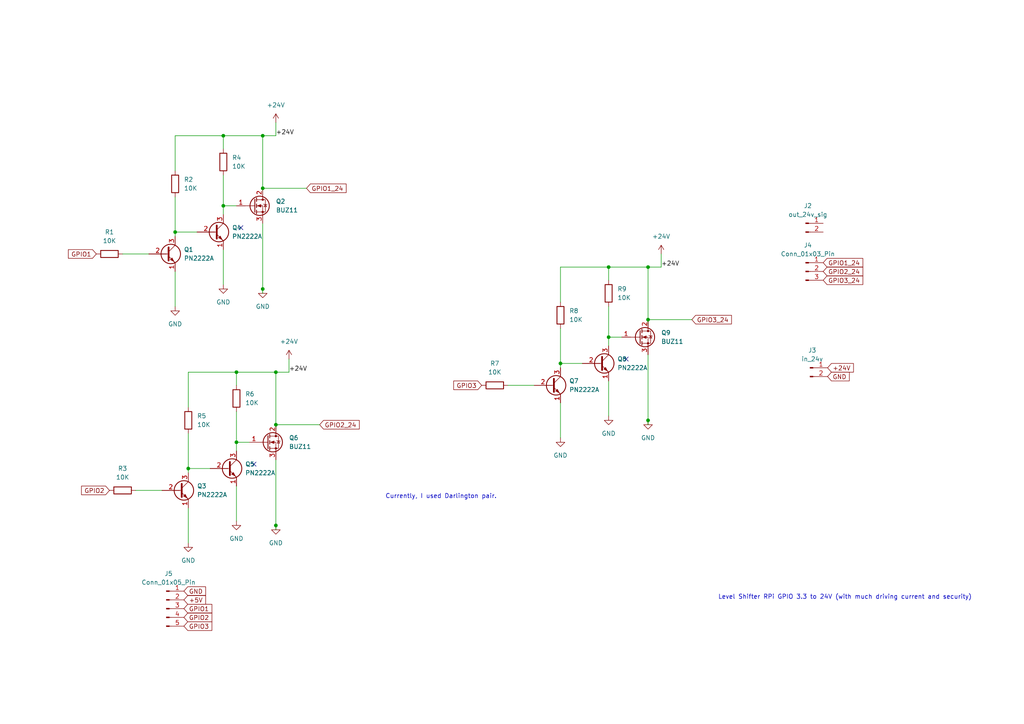
<source format=kicad_sch>
(kicad_sch (version 20230121) (generator eeschema)
  (paper "A4")
  (lib_symbols
    (symbol "Connector:Conn_01x02_Pin" (pin_names (offset 1.016) hide)
      (property "Reference" "J" (at 0 2.54 0))
      (property "Value" "Conn_01x02_Pin" (at 0 -5.08 0))
      (symbol "Conn_01x02_Pin_1_1"
        (polyline (pts (xy 1.27 -2.54) (xy 0.8636 -2.54)) (stroke (width 0.1524)))
        (polyline (pts (xy 1.27 0) (xy 0.8636 0)) (stroke (width 0.1524)))
        (rectangle (start 0.8636 -2.413) (end 0 -2.667) (stroke (width 0.1524)) (fill (type outline)))
        (rectangle (start 0.8636 0.127) (end 0 -0.127) (stroke (width 0.1524)) (fill (type outline)))
        (pin passive line (at 5.08 0 180) (length 3.81) (name "Pin_1") (number "1"))
        (pin passive line (at 5.08 -2.54 180) (length 3.81) (name "Pin_2") (number "2"))
      )
    )
    (symbol "Connector:Conn_01x03_Pin" (pin_names (offset 1.016) hide)
      (property "Reference" "J" (at 0 5.08 0))
      (property "Value" "Conn_01x03_Pin" (at 0 -5.08 0))
      (symbol "Conn_01x03_Pin_1_1"
        (polyline (pts (xy 1.27 -2.54) (xy 0.8636 -2.54)) (stroke (width 0.1524)))
        (polyline (pts (xy 1.27 0) (xy 0.8636 0)) (stroke (width 0.1524)))
        (polyline (pts (xy 1.27 2.54) (xy 0.8636 2.54)) (stroke (width 0.1524)))
        (rectangle (start 0.8636 -2.413) (end 0 -2.667) (stroke (width 0.1524)) (fill (type outline)))
        (rectangle (start 0.8636 0.127) (end 0 -0.127) (stroke (width 0.1524)) (fill (type outline)))
        (rectangle (start 0.8636 2.667) (end 0 2.413) (stroke (width 0.1524)) (fill (type outline)))
        (pin passive line (at 5.08 2.54 180) (length 3.81) (name "Pin_1") (number "1"))
        (pin passive line (at 5.08 0 180) (length 3.81) (name "Pin_2") (number "2"))
        (pin passive line (at 5.08 -2.54 180) (length 3.81) (name "Pin_3") (number "3"))
      )
    )
    (symbol "Connector:Conn_01x05_Pin" (pin_names (offset 1.016) hide)
      (property "Reference" "J" (at 0 7.62 0))
      (property "Value" "Conn_01x05_Pin" (at 0 -7.62 0))
      (symbol "Conn_01x05_Pin_1_1"
        (polyline (pts (xy 1.27 -5.08) (xy 0.8636 -5.08)) (stroke (width 0.1524)))
        (polyline (pts (xy 1.27 -2.54) (xy 0.8636 -2.54)) (stroke (width 0.1524)))
        (polyline (pts (xy 1.27 0) (xy 0.8636 0)) (stroke (width 0.1524)))
        (polyline (pts (xy 1.27 2.54) (xy 0.8636 2.54)) (stroke (width 0.1524)))
        (polyline (pts (xy 1.27 5.08) (xy 0.8636 5.08)) (stroke (width 0.1524)))
        (rectangle (start 0.8636 -4.953) (end 0 -5.207) (stroke (width 0.1524)) (fill (type outline)))
        (rectangle (start 0.8636 -2.413) (end 0 -2.667) (stroke (width 0.1524)) (fill (type outline)))
        (rectangle (start 0.8636 0.127) (end 0 -0.127) (stroke (width 0.1524)) (fill (type outline)))
        (rectangle (start 0.8636 2.667) (end 0 2.413) (stroke (width 0.1524)) (fill (type outline)))
        (rectangle (start 0.8636 5.207) (end 0 4.953) (stroke (width 0.1524)) (fill (type outline)))
        (pin passive line (at 5.08 5.08 180) (length 3.81) (name "Pin_1") (number "1"))
        (pin passive line (at 5.08 2.54 180) (length 3.81) (name "Pin_2") (number "2"))
        (pin passive line (at 5.08 0 180) (length 3.81) (name "Pin_3") (number "3"))
        (pin passive line (at 5.08 -2.54 180) (length 3.81) (name "Pin_4") (number "4"))
        (pin passive line (at 5.08 -5.08 180) (length 3.81) (name "Pin_5") (number "5"))
      )
    )
    (symbol "Device:R" (pin_numbers hide) (pin_names (offset 0))
      (property "Reference" "R" (at 2.032 0 90))
      (property "Value" "R" (at 0 0 90))
      (symbol "R_0_1"
        (rectangle (start -1.016 -2.54) (end 1.016 2.54) (stroke (width 0.254)))
      )
      (symbol "R_1_1"
        (pin passive line (at 0 3.81 270) (length 1.27) (name "~") (number "1"))
        (pin passive line (at 0 -3.81 90) (length 1.27) (name "~") (number "2"))
      )
    )
    (symbol "Transistor_BJT:PN2222A" (pin_names (offset 0) hide)
      (property "Reference" "Q" (at 5.08 1.905 0))
      (property "Value" "PN2222A" (at 5.08 0 0))
      (symbol "PN2222A_0_1"
        (polyline (pts (xy 0 0) (xy 0.635 0)))
        (polyline (pts (xy 2.54 -2.54) (xy 0.635 -0.635)))
        (polyline (pts (xy 2.54 2.54) (xy 0.635 0.635)))
        (polyline (pts (xy 0.635 1.905) (xy 0.635 -1.905) (xy 0.635 -1.905)) (stroke (width 0.508)))
        (polyline (pts (xy 2.413 -2.413) (xy 1.905 -1.905) (xy 1.905 -1.905)))
        (polyline (pts (xy 1.143 -1.651) (xy 1.651 -1.143) (xy 2.159 -2.159) (xy 1.143 -1.651) (xy 1.143 -1.651)) (fill (type outline)))
        (circle (center 1.27 0) (radius 2.8194) (stroke (width 0.254)))
      )
      (symbol "PN2222A_1_1"
        (pin passive line (at 2.54 -5.08 90) (length 2.54) (name "E") (number "1"))
        (pin input line (at -5.08 0 0) (length 5.08) (name "B") (number "2"))
        (pin passive line (at 2.54 5.08 270) (length 2.54) (name "C") (number "3"))
      )
    )
    (symbol "Transistor_FET:BUZ11" (pin_names hide)
      (property "Reference" "Q" (at 6.35 1.905 0))
      (property "Value" "BUZ11" (at 6.35 0 0))
      (symbol "BUZ11_0_1"
        (polyline (pts (xy 0.254 0) (xy -2.54 0)))
        (polyline (pts (xy 0.254 1.905) (xy 0.254 -1.905)) (stroke (width 0.254)))
        (polyline (pts (xy 0.762 -1.27) (xy 0.762 -2.286)) (stroke (width 0.254)))
        (polyline (pts (xy 0.762 0.508) (xy 0.762 -0.508)) (stroke (width 0.254)))
        (polyline (pts (xy 0.762 2.286) (xy 0.762 1.27)) (stroke (width 0.254)))
        (polyline (pts (xy 2.54 2.54) (xy 2.54 1.778)))
        (polyline (pts (xy 2.54 -2.54) (xy 2.54 0) (xy 0.762 0)))
        (polyline (pts (xy 0.762 -1.778) (xy 3.302 -1.778) (xy 3.302 1.778) (xy 0.762 1.778)))
        (polyline (pts (xy 1.016 0) (xy 2.032 0.381) (xy 2.032 -0.381) (xy 1.016 0)) (fill (type outline)))
        (polyline (pts (xy 2.794 0.508) (xy 2.921 0.381) (xy 3.683 0.381) (xy 3.81 0.254)))
        (polyline (pts (xy 3.302 0.381) (xy 2.921 -0.254) (xy 3.683 -0.254) (xy 3.302 0.381)))
        (circle (center 1.651 0) (radius 2.794) (stroke (width 0.254)))
        (circle (center 2.54 -1.778) (radius 0.254) (fill (type outline)))
        (circle (center 2.54 1.778) (radius 0.254) (fill (type outline)))
      )
      (symbol "BUZ11_1_1"
        (pin input line (at -5.08 0 0) (length 2.54) (name "G") (number "1"))
        (pin passive line (at 2.54 5.08 270) (length 2.54) (name "D") (number "2"))
        (pin passive line (at 2.54 -5.08 90) (length 2.54) (name "S") (number "3"))
      )
    )
    (symbol "power:+24V" (power) (pin_names (offset 0))
      (property "Value" "+24V" (at 0 3.556 0))
      (symbol "+24V_0_1"
        (polyline (pts (xy -0.762 1.27) (xy 0 2.54)))
        (polyline (pts (xy 0 0) (xy 0 2.54)))
        (polyline (pts (xy 0 2.54) (xy 0.762 1.27)))
      )
      (symbol "+24V_1_1"
        (pin power_in line (at 0 0 90) (length 0) hide (name "+24V") (number "1"))
      )
    )
    (symbol "power:GND" (power) (pin_names (offset 0))
      (property "Value" "GND" (at 0 -3.81 0))
      (symbol "GND_0_1"
        (polyline (pts (xy 0 0) (xy 0 -1.27) (xy 1.27 -1.27) (xy 0 -2.54) (xy -1.27 -1.27) (xy 0 -1.27)))
      )
      (symbol "GND_1_1"
        (pin power_in line (at 0 0 270) (length 0) hide (name "GND") (number "1"))
      )
    )
  )
  (junction (at 187.96 77.47))
  (junction (at 76.2 54.61))
  (junction (at 50.8 67.31))
  (junction (at 76.2 39.37))
  (junction (at 80.01 123.19))
  (junction (at 80.01 107.95))
  (junction (at 187.96 92.71))
  (junction (at 68.58 107.95))
  (junction (at 80.01 152.4))
  (junction (at 76.2 83.82))
  (junction (at 187.96 121.92))
  (junction (at 162.56 105.41))
  (junction (at 176.53 97.79))
  (junction (at 176.53 77.47))
  (junction (at 68.58 128.27))
  (junction (at 54.61 135.89))
  (junction (at 64.77 59.69))
  (junction (at 64.77 39.37))
  (no_connect (at 73.66 134.62))
  (no_connect (at 69.85 66.04))
  (no_connect (at 181.61 104.14))
  (wire (pts (xy 187.96 92.71) (xy 187.96 93.98)))
  (wire (pts (xy 80.01 35.56) (xy 80.01 39.37)))
  (wire (pts (xy 50.8 67.31) (xy 50.8 68.58)))
  (wire (pts (xy 54.61 135.89) (xy 54.61 137.16)))
  (wire (pts (xy 191.77 73.66) (xy 191.77 77.47)))
  (wire (pts (xy 50.8 57.15) (xy 50.8 67.31)))
  (wire (pts (xy 176.53 110.49) (xy 176.53 120.65)))
  (wire (pts (xy 68.58 107.95) (xy 68.58 111.76)))
  (wire (pts (xy 80.01 123.19) (xy 92.71 123.19)))
  (wire (pts (xy 187.96 92.71) (xy 200.66 92.71)))
  (wire (pts (xy 50.8 78.74) (xy 50.8 88.9)))
  (wire (pts (xy 147.32 111.76) (xy 154.94 111.76)))
  (wire (pts (xy 64.77 39.37) (xy 76.2 39.37)))
  (wire (pts (xy 176.53 77.47) (xy 176.53 81.28)))
  (wire (pts (xy 68.58 128.27) (xy 68.58 130.81)))
  (wire (pts (xy 176.53 88.9) (xy 176.53 97.79)))
  (wire (pts (xy 60.96 135.89) (xy 54.61 135.89)))
  (wire (pts (xy 80.01 133.35) (xy 80.01 152.4)))
  (wire (pts (xy 187.96 102.87) (xy 187.96 121.92)))
  (wire (pts (xy 64.77 72.39) (xy 64.77 82.55)))
  (wire (pts (xy 68.58 119.38) (xy 68.58 128.27)))
  (wire (pts (xy 54.61 107.95) (xy 68.58 107.95)))
  (wire (pts (xy 50.8 49.53) (xy 50.8 39.37)))
  (wire (pts (xy 57.15 67.31) (xy 50.8 67.31)))
  (wire (pts (xy 80.01 152.4) (xy 80.01 153.67)))
  (wire (pts (xy 76.2 39.37) (xy 80.01 39.37)))
  (wire (pts (xy 68.58 107.95) (xy 80.01 107.95)))
  (wire (pts (xy 64.77 59.69) (xy 68.58 59.69)))
  (wire (pts (xy 176.53 97.79) (xy 180.34 97.79)))
  (wire (pts (xy 39.37 142.24) (xy 46.99 142.24)))
  (wire (pts (xy 54.61 125.73) (xy 54.61 135.89)))
  (wire (pts (xy 54.61 147.32) (xy 54.61 157.48)))
  (wire (pts (xy 76.2 54.61) (xy 88.9 54.61)))
  (wire (pts (xy 68.58 140.97) (xy 68.58 151.13)))
  (wire (pts (xy 80.01 123.19) (xy 80.01 124.46)))
  (wire (pts (xy 187.96 77.47) (xy 191.77 77.47)))
  (wire (pts (xy 64.77 39.37) (xy 64.77 43.18)))
  (wire (pts (xy 162.56 95.25) (xy 162.56 105.41)))
  (wire (pts (xy 80.01 107.95) (xy 80.01 123.19)))
  (wire (pts (xy 54.61 118.11) (xy 54.61 107.95)))
  (wire (pts (xy 64.77 50.8) (xy 64.77 59.69)))
  (wire (pts (xy 68.58 128.27) (xy 72.39 128.27)))
  (wire (pts (xy 162.56 105.41) (xy 162.56 106.68)))
  (wire (pts (xy 80.01 107.95) (xy 83.82 107.95)))
  (wire (pts (xy 187.96 121.92) (xy 187.96 123.19)))
  (wire (pts (xy 162.56 77.47) (xy 176.53 77.47)))
  (wire (pts (xy 162.56 116.84) (xy 162.56 127)))
  (wire (pts (xy 64.77 59.69) (xy 64.77 62.23)))
  (wire (pts (xy 76.2 64.77) (xy 76.2 83.82)))
  (wire (pts (xy 35.56 73.66) (xy 43.18 73.66)))
  (wire (pts (xy 176.53 77.47) (xy 187.96 77.47)))
  (wire (pts (xy 50.8 39.37) (xy 64.77 39.37)))
  (wire (pts (xy 168.91 105.41) (xy 162.56 105.41)))
  (wire (pts (xy 176.53 97.79) (xy 176.53 100.33)))
  (wire (pts (xy 76.2 39.37) (xy 76.2 54.61)))
  (wire (pts (xy 187.96 77.47) (xy 187.96 92.71)))
  (wire (pts (xy 76.2 83.82) (xy 76.2 85.09)))
  (wire (pts (xy 162.56 87.63) (xy 162.56 77.47)))
  (wire (pts (xy 83.82 104.14) (xy 83.82 107.95)))
  (wire (pts (xy 76.2 54.61) (xy 76.2 55.88)))
  (text "Currently, I used Darlington pair. " (at 111.76 144.78 0) (effects (font (size 1.27 1.27)) (justify left bottom)))
  (text "Level Shifter RPi GPIO 3.3 to 24V (with much driving current and security)" (at 208.28 173.99 0) (effects (font (size 1.27 1.27)) (justify left bottom)))
  (label "+24V" (at 83.82 107.95 0))
  (label "+24V" (at 80.01 39.37 0))
  (label "+24V" (at 191.77 77.47 0))
  (global_label "GPIO2" (shape input) (at 53.34 179.07 0) (property "Intersheetrefs" "${INTERSHEET_REFS}" (effects hide)))
  (global_label "GPIO2" (shape input) (at 31.75 142.24 180) (property "Intersheetrefs" "${INTERSHEET_REFS}" (effects hide)))
  (global_label "GPIO1_24" (shape input) (at 238.76 76.2 0) (property "Intersheetrefs" "${INTERSHEET_REFS}" (effects hide)))
  (global_label "GPIO3_24" (shape input) (at 200.66 92.71 0) (property "Intersheetrefs" "${INTERSHEET_REFS}" (effects hide)))
  (global_label "GND" (shape input) (at 240.03 109.22 0) (property "Intersheetrefs" "${INTERSHEET_REFS}" (effects hide)))
  (global_label "GPIO1" (shape input) (at 53.34 176.53 0) (property "Intersheetrefs" "${INTERSHEET_REFS}" (effects hide)))
  (global_label "GPIO3_24" (shape input) (at 238.76 81.28 0) (property "Intersheetrefs" "${INTERSHEET_REFS}" (effects hide)))
  (global_label "+5V" (shape input) (at 53.34 173.99 0) (property "Intersheetrefs" "${INTERSHEET_REFS}" (effects hide)))
  (global_label "GPIO1_24" (shape input) (at 88.9 54.61 0) (property "Intersheetrefs" "${INTERSHEET_REFS}" (effects hide)))
  (global_label "GPIO3" (shape input) (at 53.34 181.61 0) (property "Intersheetrefs" "${INTERSHEET_REFS}" (effects hide)))
  (global_label "GPIO3" (shape input) (at 139.7 111.76 180) (property "Intersheetrefs" "${INTERSHEET_REFS}" (effects hide)))
  (global_label "GPIO2_24" (shape input) (at 92.71 123.19 0) (property "Intersheetrefs" "${INTERSHEET_REFS}" (effects hide)))
  (global_label "+24V" (shape input) (at 240.03 106.68 0) (property "Intersheetrefs" "${INTERSHEET_REFS}" (effects hide)))
  (global_label "GND" (shape input) (at 53.34 171.45 0) (property "Intersheetrefs" "${INTERSHEET_REFS}" (effects hide)))
  (global_label "GPIO1" (shape input) (at 27.94 73.66 180) (property "Intersheetrefs" "${INTERSHEET_REFS}" (effects hide)))
  (global_label "GPIO2_24" (shape input) (at 238.76 78.74 0) (property "Intersheetrefs" "${INTERSHEET_REFS}" (effects hide)))
  (symbol (lib_id "Transistor_BJT:PN2222A") (at 66.04 135.89 0) (unit 1)
    (property "Reference" "Q5" (at 71.12 134.62 0) (effects (justify left)))
    (property "Value" "PN2222A" (at 71.12 137.16 0) (effects (justify left)))
    (property "Footprint" "Package_TO_SOT_SMD:SOT-23-3" (effects hide))
    (property "Datasheet" "https://www.onsemi.com/pub/Collateral/PN2222-D.PDF" (effects hide))
  )
  (symbol (lib_id "power:GND") (at 68.58 151.13 0) (unit 1)
    (property "Reference" "#PWR06" (effects hide))
    (property "Value" "GND" (at 68.58 156.21 0))
  )
  (symbol (lib_id "Transistor_FET:BUZ11") (at 185.42 97.79 0) (unit 1)
    (property "Reference" "Q9" (at 191.77 96.52 0) (effects (justify left)))
    (property "Value" "BUZ11" (at 191.77 99.06 0) (effects (justify left)))
    (property "Footprint" "Package_TO_SOT_THT:TO-220-3_Vertical" (effects hide))
    (property "Datasheet" "https://media.digikey.com/pdf/Data%20Sheets/Fairchild%20PDFs/BUZ11.pdf" (effects hide))
  )
  (symbol (lib_id "Transistor_BJT:PN2222A") (at 160.02 111.76 0) (unit 1)
    (property "Reference" "Q7" (at 165.1 110.49 0) (effects (justify left)))
    (property "Value" "PN2222A" (at 165.1 113.03 0) (effects (justify left)))
    (property "Footprint" "Package_TO_SOT_SMD:SOT-23-3" (effects hide))
    (property "Datasheet" "https://www.onsemi.com/pub/Collateral/PN2222-D.PDF" (effects hide))
  )
  (symbol (lib_id "Device:R") (at 35.56 142.24 90) (unit 1)
    (property "Reference" "R3" (at 35.56 135.89 90))
    (property "Value" "10K" (at 35.56 138.43 90))
    (property "Footprint" "Resistor_SMD:R_1206_3216Metric_Pad1.30x1.75mm_HandSolder" (effects hide))
  )
  (symbol (lib_id "Device:R") (at 31.75 73.66 90) (unit 1)
    (property "Reference" "R1" (at 31.75 67.31 90))
    (property "Value" "10K" (at 31.75 69.85 90))
    (property "Footprint" "Resistor_SMD:R_1206_3216Metric_Pad1.30x1.75mm_HandSolder" (effects hide))
  )
  (symbol (lib_id "power:GND") (at 64.77 82.55 0) (unit 1)
    (property "Reference" "#PWR01" (effects hide))
    (property "Value" "GND" (at 64.77 87.63 0))
  )
  (symbol (lib_id "Transistor_BJT:PN2222A") (at 52.07 142.24 0) (unit 1)
    (property "Reference" "Q3" (at 57.15 140.97 0) (effects (justify left)))
    (property "Value" "PN2222A" (at 57.15 143.51 0) (effects (justify left)))
    (property "Footprint" "Package_TO_SOT_SMD:SOT-23-3" (effects hide))
    (property "Datasheet" "https://www.onsemi.com/pub/Collateral/PN2222-D.PDF" (effects hide))
  )
  (symbol (lib_id "power:GND") (at 76.2 83.82 0) (unit 1)
    (property "Reference" "#PWR02" (effects hide))
    (property "Value" "GND" (at 76.2 88.9 0))
  )
  (symbol (lib_id "Transistor_FET:BUZ11") (at 73.66 59.69 0) (unit 1)
    (property "Reference" "Q2" (at 80.01 58.42 0) (effects (justify left)))
    (property "Value" "BUZ11" (at 80.01 60.96 0) (effects (justify left)))
    (property "Footprint" "Package_TO_SOT_THT:TO-220-3_Vertical" (effects hide))
    (property "Datasheet" "https://media.digikey.com/pdf/Data%20Sheets/Fairchild%20PDFs/BUZ11.pdf" (effects hide))
  )
  (symbol (lib_id "Connector:Conn_01x02_Pin") (at 233.68 64.77 0) (unit 1)
    (property "Reference" "J2" (at 234.315 59.69 0))
    (property "Value" "out_24v_sig" (at 234.315 62.23 0))
    (property "Footprint" "Connector_PinHeader_2.54mm:PinHeader_1x02_P2.54mm_Vertical" (effects hide))
  )
  (symbol (lib_id "Connector:Conn_01x02_Pin") (at 234.95 106.68 0) (unit 1)
    (property "Reference" "J3" (at 235.585 101.6 0))
    (property "Value" "in_24v" (at 235.585 104.14 0))
    (property "Footprint" "Connector_PinHeader_2.54mm:PinHeader_1x02_P2.54mm_Vertical" (effects hide))
  )
  (symbol (lib_id "Transistor_BJT:PN2222A") (at 62.23 67.31 0) (unit 1)
    (property "Reference" "Q4" (at 67.31 66.04 0) (effects (justify left)))
    (property "Value" "PN2222A" (at 67.31 68.58 0) (effects (justify left)))
    (property "Footprint" "Package_TO_SOT_SMD:SOT-23-3" (effects hide))
    (property "Datasheet" "https://www.onsemi.com/pub/Collateral/PN2222-D.PDF" (effects hide))
  )
  (symbol (lib_id "Connector:Conn_01x05_Pin") (at 48.26 176.53 0) (unit 1)
    (property "Reference" "J5" (at 48.895 166.37 0))
    (property "Value" "Conn_01x05_Pin" (at 48.895 168.91 0))
  )
  (symbol (lib_id "Device:R") (at 176.53 85.09 180) (unit 1)
    (property "Reference" "R9" (at 179.07 83.82 0) (effects (justify right)))
    (property "Value" "10K" (at 179.07 86.36 0) (effects (justify right)))
    (property "Footprint" "Resistor_SMD:R_1206_3216Metric_Pad1.30x1.75mm_HandSolder" (effects hide))
  )
  (symbol (lib_id "power:+24V") (at 83.82 104.14 0) (unit 1)
    (property "Reference" "#PWR08" (effects hide))
    (property "Value" "+24V" (at 83.82 99.06 0))
  )
  (symbol (lib_id "power:GND") (at 50.8 88.9 0) (unit 1)
    (property "Reference" "#PWR05" (effects hide))
    (property "Value" "GND" (at 50.8 93.98 0))
  )
  (symbol (lib_id "Transistor_BJT:PN2222A") (at 48.26 73.66 0) (unit 1)
    (property "Reference" "Q1" (at 53.34 72.39 0) (effects (justify left)))
    (property "Value" "PN2222A" (at 53.34 74.93 0) (effects (justify left)))
    (property "Footprint" "Package_TO_SOT_SMD:SOT-23-3" (effects hide))
    (property "Datasheet" "https://www.onsemi.com/pub/Collateral/PN2222-D.PDF" (effects hide))
  )
  (symbol (lib_id "Device:R") (at 162.56 91.44 180) (unit 1)
    (property "Reference" "R8" (at 165.1 90.17 0) (effects (justify right)))
    (property "Value" "10K" (at 165.1 92.71 0) (effects (justify right)))
    (property "Footprint" "Resistor_SMD:R_1206_3216Metric_Pad1.30x1.75mm_HandSolder" (effects hide))
  )
  (symbol (lib_id "power:GND") (at 162.56 127 0) (unit 1)
    (property "Reference" "#PWR09" (effects hide))
    (property "Value" "GND" (at 162.56 132.08 0))
  )
  (symbol (lib_id "power:+24V") (at 80.01 35.56 0) (unit 1)
    (property "Reference" "#PWR04" (effects hide))
    (property "Value" "+24V" (at 80.01 30.48 0))
  )
  (symbol (lib_id "power:+24V") (at 191.77 73.66 0) (unit 1)
    (property "Reference" "#PWR012" (effects hide))
    (property "Value" "+24V" (at 191.77 68.58 0))
  )
  (symbol (lib_id "Transistor_BJT:PN2222A") (at 173.99 105.41 0) (unit 1)
    (property "Reference" "Q8" (at 179.07 104.14 0) (effects (justify left)))
    (property "Value" "PN2222A" (at 179.07 106.68 0) (effects (justify left)))
    (property "Footprint" "Package_TO_SOT_SMD:SOT-23-3" (effects hide))
    (property "Datasheet" "https://www.onsemi.com/pub/Collateral/PN2222-D.PDF" (effects hide))
  )
  (symbol (lib_id "power:GND") (at 54.61 157.48 0) (unit 1)
    (property "Reference" "#PWR03" (effects hide))
    (property "Value" "GND" (at 54.61 162.56 0))
  )
  (symbol (lib_id "Device:R") (at 143.51 111.76 90) (unit 1)
    (property "Reference" "R7" (at 143.51 105.41 90))
    (property "Value" "10K" (at 143.51 107.95 90))
    (property "Footprint" "Resistor_SMD:R_1206_3216Metric_Pad1.30x1.75mm_HandSolder" (effects hide))
  )
  (symbol (lib_id "Device:R") (at 64.77 46.99 180) (unit 1)
    (property "Reference" "R4" (at 67.31 45.72 0) (effects (justify right)))
    (property "Value" "10K" (at 67.31 48.26 0) (effects (justify right)))
    (property "Footprint" "Resistor_SMD:R_1206_3216Metric_Pad1.30x1.75mm_HandSolder" (effects hide))
  )
  (symbol (lib_id "Transistor_FET:BUZ11") (at 77.47 128.27 0) (unit 1)
    (property "Reference" "Q6" (at 83.82 127 0) (effects (justify left)))
    (property "Value" "BUZ11" (at 83.82 129.54 0) (effects (justify left)))
    (property "Footprint" "Package_TO_SOT_THT:TO-220-3_Vertical" (effects hide))
    (property "Datasheet" "https://media.digikey.com/pdf/Data%20Sheets/Fairchild%20PDFs/BUZ11.pdf" (effects hide))
  )
  (symbol (lib_id "Connector:Conn_01x03_Pin") (at 233.68 78.74 0) (unit 1)
    (property "Reference" "J4" (at 234.315 71.12 0))
    (property "Value" "Conn_01x03_Pin" (at 234.315 73.66 0))
  )
  (symbol (lib_id "power:GND") (at 187.96 121.92 0) (unit 1)
    (property "Reference" "#PWR011" (effects hide))
    (property "Value" "GND" (at 187.96 127 0))
  )
  (symbol (lib_id "power:GND") (at 80.01 152.4 0) (unit 1)
    (property "Reference" "#PWR07" (effects hide))
    (property "Value" "GND" (at 80.01 157.48 0))
  )
  (symbol (lib_id "power:GND") (at 176.53 120.65 0) (unit 1)
    (property "Reference" "#PWR010" (effects hide))
    (property "Value" "GND" (at 176.53 125.73 0))
  )
  (symbol (lib_id "Device:R") (at 50.8 53.34 180) (unit 1)
    (property "Reference" "R2" (at 53.34 52.07 0) (effects (justify right)))
    (property "Value" "10K" (at 53.34 54.61 0) (effects (justify right)))
    (property "Footprint" "Resistor_SMD:R_1206_3216Metric_Pad1.30x1.75mm_HandSolder" (effects hide))
  )
  (symbol (lib_id "Device:R") (at 54.61 121.92 180) (unit 1)
    (property "Reference" "R5" (at 57.15 120.65 0) (effects (justify right)))
    (property "Value" "10K" (at 57.15 123.19 0) (effects (justify right)))
    (property "Footprint" "Resistor_SMD:R_1206_3216Metric_Pad1.30x1.75mm_HandSolder" (effects hide))
  )
  (symbol (lib_id "Device:R") (at 68.58 115.57 180) (unit 1)
    (property "Reference" "R6" (at 71.12 114.3 0) (effects (justify right)))
    (property "Value" "10K" (at 71.12 116.84 0) (effects (justify right)))
    (property "Footprint" "Resistor_SMD:R_1206_3216Metric_Pad1.30x1.75mm_HandSolder" (effects hide))
  )
)
</source>
